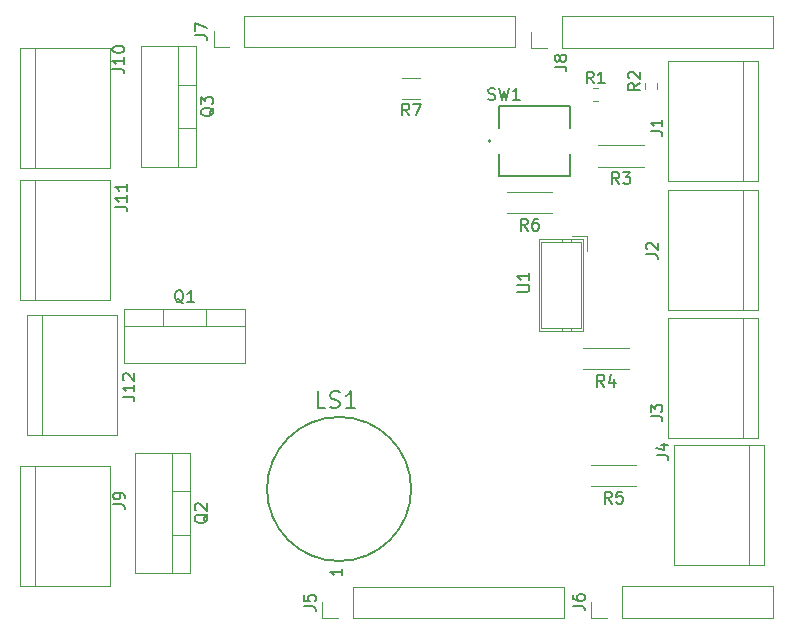
<source format=gto>
%TF.GenerationSoftware,KiCad,Pcbnew,(6.0.2)*%
%TF.CreationDate,2024-03-29T16:16:56-05:00*%
%TF.ProjectId,Security_Mat,53656375-7269-4747-995f-4d61742e6b69,rev?*%
%TF.SameCoordinates,Original*%
%TF.FileFunction,Legend,Top*%
%TF.FilePolarity,Positive*%
%FSLAX46Y46*%
G04 Gerber Fmt 4.6, Leading zero omitted, Abs format (unit mm)*
G04 Created by KiCad (PCBNEW (6.0.2)) date 2024-03-29 16:16:56*
%MOMM*%
%LPD*%
G01*
G04 APERTURE LIST*
%ADD10C,0.150000*%
%ADD11C,0.120000*%
%ADD12C,0.127000*%
%ADD13C,0.200000*%
G04 APERTURE END LIST*
D10*
X136662380Y-107824285D02*
X136662380Y-108395714D01*
X136662380Y-108110000D02*
X135662380Y-108110000D01*
X135805238Y-108205238D01*
X135900476Y-108300476D01*
X135948095Y-108395714D01*
%TO.C,U1*%
X151496380Y-84381904D02*
X152305904Y-84381904D01*
X152401142Y-84334285D01*
X152448761Y-84286666D01*
X152496380Y-84191428D01*
X152496380Y-84000952D01*
X152448761Y-83905714D01*
X152401142Y-83858095D01*
X152305904Y-83810476D01*
X151496380Y-83810476D01*
X152496380Y-82810476D02*
X152496380Y-83381904D01*
X152496380Y-83096190D02*
X151496380Y-83096190D01*
X151639238Y-83191428D01*
X151734476Y-83286666D01*
X151782095Y-83381904D01*
%TO.C,Q2*%
X125284619Y-103219238D02*
X125237000Y-103314476D01*
X125141761Y-103409714D01*
X124998904Y-103552571D01*
X124951285Y-103647809D01*
X124951285Y-103743047D01*
X125189380Y-103695428D02*
X125141761Y-103790666D01*
X125046523Y-103885904D01*
X124856047Y-103933523D01*
X124522714Y-103933523D01*
X124332238Y-103885904D01*
X124237000Y-103790666D01*
X124189380Y-103695428D01*
X124189380Y-103504952D01*
X124237000Y-103409714D01*
X124332238Y-103314476D01*
X124522714Y-103266857D01*
X124856047Y-103266857D01*
X125046523Y-103314476D01*
X125141761Y-103409714D01*
X125189380Y-103504952D01*
X125189380Y-103695428D01*
X124284619Y-102885904D02*
X124237000Y-102838285D01*
X124189380Y-102743047D01*
X124189380Y-102504952D01*
X124237000Y-102409714D01*
X124284619Y-102362095D01*
X124379857Y-102314476D01*
X124475095Y-102314476D01*
X124617952Y-102362095D01*
X125189380Y-102933523D01*
X125189380Y-102314476D01*
%TO.C,Q1*%
X123221761Y-85360619D02*
X123126523Y-85313000D01*
X123031285Y-85217761D01*
X122888428Y-85074904D01*
X122793190Y-85027285D01*
X122697952Y-85027285D01*
X122745571Y-85265380D02*
X122650333Y-85217761D01*
X122555095Y-85122523D01*
X122507476Y-84932047D01*
X122507476Y-84598714D01*
X122555095Y-84408238D01*
X122650333Y-84313000D01*
X122745571Y-84265380D01*
X122936047Y-84265380D01*
X123031285Y-84313000D01*
X123126523Y-84408238D01*
X123174142Y-84598714D01*
X123174142Y-84932047D01*
X123126523Y-85122523D01*
X123031285Y-85217761D01*
X122936047Y-85265380D01*
X122745571Y-85265380D01*
X124126523Y-85265380D02*
X123555095Y-85265380D01*
X123840809Y-85265380D02*
X123840809Y-84265380D01*
X123745571Y-84408238D01*
X123650333Y-84503476D01*
X123555095Y-84551095D01*
%TO.C,R6*%
X152360333Y-79207380D02*
X152027000Y-78731190D01*
X151788904Y-79207380D02*
X151788904Y-78207380D01*
X152169857Y-78207380D01*
X152265095Y-78255000D01*
X152312714Y-78302619D01*
X152360333Y-78397857D01*
X152360333Y-78540714D01*
X152312714Y-78635952D01*
X152265095Y-78683571D01*
X152169857Y-78731190D01*
X151788904Y-78731190D01*
X153217476Y-78207380D02*
X153027000Y-78207380D01*
X152931761Y-78255000D01*
X152884142Y-78302619D01*
X152788904Y-78445476D01*
X152741285Y-78635952D01*
X152741285Y-79016904D01*
X152788904Y-79112142D01*
X152836523Y-79159761D01*
X152931761Y-79207380D01*
X153122238Y-79207380D01*
X153217476Y-79159761D01*
X153265095Y-79112142D01*
X153312714Y-79016904D01*
X153312714Y-78778809D01*
X153265095Y-78683571D01*
X153217476Y-78635952D01*
X153122238Y-78588333D01*
X152931761Y-78588333D01*
X152836523Y-78635952D01*
X152788904Y-78683571D01*
X152741285Y-78778809D01*
%TO.C,R5*%
X159472333Y-102321380D02*
X159139000Y-101845190D01*
X158900904Y-102321380D02*
X158900904Y-101321380D01*
X159281857Y-101321380D01*
X159377095Y-101369000D01*
X159424714Y-101416619D01*
X159472333Y-101511857D01*
X159472333Y-101654714D01*
X159424714Y-101749952D01*
X159377095Y-101797571D01*
X159281857Y-101845190D01*
X158900904Y-101845190D01*
X160377095Y-101321380D02*
X159900904Y-101321380D01*
X159853285Y-101797571D01*
X159900904Y-101749952D01*
X159996142Y-101702333D01*
X160234238Y-101702333D01*
X160329476Y-101749952D01*
X160377095Y-101797571D01*
X160424714Y-101892809D01*
X160424714Y-102130904D01*
X160377095Y-102226142D01*
X160329476Y-102273761D01*
X160234238Y-102321380D01*
X159996142Y-102321380D01*
X159900904Y-102273761D01*
X159853285Y-102226142D01*
%TO.C,R4*%
X158837333Y-92415380D02*
X158504000Y-91939190D01*
X158265904Y-92415380D02*
X158265904Y-91415380D01*
X158646857Y-91415380D01*
X158742095Y-91463000D01*
X158789714Y-91510619D01*
X158837333Y-91605857D01*
X158837333Y-91748714D01*
X158789714Y-91843952D01*
X158742095Y-91891571D01*
X158646857Y-91939190D01*
X158265904Y-91939190D01*
X159694476Y-91748714D02*
X159694476Y-92415380D01*
X159456380Y-91367761D02*
X159218285Y-92082047D01*
X159837333Y-92082047D01*
%TO.C,R3*%
X160107333Y-75270380D02*
X159774000Y-74794190D01*
X159535904Y-75270380D02*
X159535904Y-74270380D01*
X159916857Y-74270380D01*
X160012095Y-74318000D01*
X160059714Y-74365619D01*
X160107333Y-74460857D01*
X160107333Y-74603714D01*
X160059714Y-74698952D01*
X160012095Y-74746571D01*
X159916857Y-74794190D01*
X159535904Y-74794190D01*
X160440666Y-74270380D02*
X161059714Y-74270380D01*
X160726380Y-74651333D01*
X160869238Y-74651333D01*
X160964476Y-74698952D01*
X161012095Y-74746571D01*
X161059714Y-74841809D01*
X161059714Y-75079904D01*
X161012095Y-75175142D01*
X160964476Y-75222761D01*
X160869238Y-75270380D01*
X160583523Y-75270380D01*
X160488285Y-75222761D01*
X160440666Y-75175142D01*
%TO.C,R2*%
X161869380Y-66714666D02*
X161393190Y-67048000D01*
X161869380Y-67286095D02*
X160869380Y-67286095D01*
X160869380Y-66905142D01*
X160917000Y-66809904D01*
X160964619Y-66762285D01*
X161059857Y-66714666D01*
X161202714Y-66714666D01*
X161297952Y-66762285D01*
X161345571Y-66809904D01*
X161393190Y-66905142D01*
X161393190Y-67286095D01*
X160964619Y-66333714D02*
X160917000Y-66286095D01*
X160869380Y-66190857D01*
X160869380Y-65952761D01*
X160917000Y-65857523D01*
X160964619Y-65809904D01*
X161059857Y-65762285D01*
X161155095Y-65762285D01*
X161297952Y-65809904D01*
X161869380Y-66381333D01*
X161869380Y-65762285D01*
%TO.C,J9*%
X117259380Y-102400333D02*
X117973666Y-102400333D01*
X118116523Y-102447952D01*
X118211761Y-102543190D01*
X118259380Y-102686047D01*
X118259380Y-102781285D01*
X118259380Y-101876523D02*
X118259380Y-101686047D01*
X118211761Y-101590809D01*
X118164142Y-101543190D01*
X118021285Y-101447952D01*
X117830809Y-101400333D01*
X117449857Y-101400333D01*
X117354619Y-101447952D01*
X117307000Y-101495571D01*
X117259380Y-101590809D01*
X117259380Y-101781285D01*
X117307000Y-101876523D01*
X117354619Y-101924142D01*
X117449857Y-101971761D01*
X117687952Y-101971761D01*
X117783190Y-101924142D01*
X117830809Y-101876523D01*
X117878428Y-101781285D01*
X117878428Y-101590809D01*
X117830809Y-101495571D01*
X117783190Y-101447952D01*
X117687952Y-101400333D01*
%TO.C,J8*%
X154652380Y-65333333D02*
X155366666Y-65333333D01*
X155509523Y-65380952D01*
X155604761Y-65476190D01*
X155652380Y-65619047D01*
X155652380Y-65714285D01*
X155080952Y-64714285D02*
X155033333Y-64809523D01*
X154985714Y-64857142D01*
X154890476Y-64904761D01*
X154842857Y-64904761D01*
X154747619Y-64857142D01*
X154700000Y-64809523D01*
X154652380Y-64714285D01*
X154652380Y-64523809D01*
X154700000Y-64428571D01*
X154747619Y-64380952D01*
X154842857Y-64333333D01*
X154890476Y-64333333D01*
X154985714Y-64380952D01*
X155033333Y-64428571D01*
X155080952Y-64523809D01*
X155080952Y-64714285D01*
X155128571Y-64809523D01*
X155176190Y-64857142D01*
X155271428Y-64904761D01*
X155461904Y-64904761D01*
X155557142Y-64857142D01*
X155604761Y-64809523D01*
X155652380Y-64714285D01*
X155652380Y-64523809D01*
X155604761Y-64428571D01*
X155557142Y-64380952D01*
X155461904Y-64333333D01*
X155271428Y-64333333D01*
X155176190Y-64380952D01*
X155128571Y-64428571D01*
X155080952Y-64523809D01*
%TO.C,R7*%
X142327333Y-69455380D02*
X141994000Y-68979190D01*
X141755904Y-69455380D02*
X141755904Y-68455380D01*
X142136857Y-68455380D01*
X142232095Y-68503000D01*
X142279714Y-68550619D01*
X142327333Y-68645857D01*
X142327333Y-68788714D01*
X142279714Y-68883952D01*
X142232095Y-68931571D01*
X142136857Y-68979190D01*
X141755904Y-68979190D01*
X142660666Y-68455380D02*
X143327333Y-68455380D01*
X142898761Y-69455380D01*
%TO.C,J2*%
X162393380Y-81232333D02*
X163107666Y-81232333D01*
X163250523Y-81279952D01*
X163345761Y-81375190D01*
X163393380Y-81518047D01*
X163393380Y-81613285D01*
X162488619Y-80803761D02*
X162441000Y-80756142D01*
X162393380Y-80660904D01*
X162393380Y-80422809D01*
X162441000Y-80327571D01*
X162488619Y-80279952D01*
X162583857Y-80232333D01*
X162679095Y-80232333D01*
X162821952Y-80279952D01*
X163393380Y-80851380D01*
X163393380Y-80232333D01*
%TO.C,J3*%
X162774380Y-94948333D02*
X163488666Y-94948333D01*
X163631523Y-94995952D01*
X163726761Y-95091190D01*
X163774380Y-95234047D01*
X163774380Y-95329285D01*
X162774380Y-94567380D02*
X162774380Y-93948333D01*
X163155333Y-94281666D01*
X163155333Y-94138809D01*
X163202952Y-94043571D01*
X163250571Y-93995952D01*
X163345809Y-93948333D01*
X163583904Y-93948333D01*
X163679142Y-93995952D01*
X163726761Y-94043571D01*
X163774380Y-94138809D01*
X163774380Y-94424523D01*
X163726761Y-94519761D01*
X163679142Y-94567380D01*
%TO.C,J7*%
X124222380Y-62683333D02*
X124936666Y-62683333D01*
X125079523Y-62730952D01*
X125174761Y-62826190D01*
X125222380Y-62969047D01*
X125222380Y-63064285D01*
X124222380Y-62302380D02*
X124222380Y-61635714D01*
X125222380Y-62064285D01*
%TO.C,J5*%
X133422380Y-111033333D02*
X134136666Y-111033333D01*
X134279523Y-111080952D01*
X134374761Y-111176190D01*
X134422380Y-111319047D01*
X134422380Y-111414285D01*
X133422380Y-110080952D02*
X133422380Y-110557142D01*
X133898571Y-110604761D01*
X133850952Y-110557142D01*
X133803333Y-110461904D01*
X133803333Y-110223809D01*
X133850952Y-110128571D01*
X133898571Y-110080952D01*
X133993809Y-110033333D01*
X134231904Y-110033333D01*
X134327142Y-110080952D01*
X134374761Y-110128571D01*
X134422380Y-110223809D01*
X134422380Y-110461904D01*
X134374761Y-110557142D01*
X134327142Y-110604761D01*
%TO.C,SW1*%
X149034666Y-68095761D02*
X149177523Y-68143380D01*
X149415619Y-68143380D01*
X149510857Y-68095761D01*
X149558476Y-68048142D01*
X149606095Y-67952904D01*
X149606095Y-67857666D01*
X149558476Y-67762428D01*
X149510857Y-67714809D01*
X149415619Y-67667190D01*
X149225142Y-67619571D01*
X149129904Y-67571952D01*
X149082285Y-67524333D01*
X149034666Y-67429095D01*
X149034666Y-67333857D01*
X149082285Y-67238619D01*
X149129904Y-67191000D01*
X149225142Y-67143380D01*
X149463238Y-67143380D01*
X149606095Y-67191000D01*
X149939428Y-67143380D02*
X150177523Y-68143380D01*
X150368000Y-67429095D01*
X150558476Y-68143380D01*
X150796571Y-67143380D01*
X151701333Y-68143380D02*
X151129904Y-68143380D01*
X151415619Y-68143380D02*
X151415619Y-67143380D01*
X151320380Y-67286238D01*
X151225142Y-67381476D01*
X151129904Y-67429095D01*
%TO.C,Q3*%
X125792619Y-68802238D02*
X125745000Y-68897476D01*
X125649761Y-68992714D01*
X125506904Y-69135571D01*
X125459285Y-69230809D01*
X125459285Y-69326047D01*
X125697380Y-69278428D02*
X125649761Y-69373666D01*
X125554523Y-69468904D01*
X125364047Y-69516523D01*
X125030714Y-69516523D01*
X124840238Y-69468904D01*
X124745000Y-69373666D01*
X124697380Y-69278428D01*
X124697380Y-69087952D01*
X124745000Y-68992714D01*
X124840238Y-68897476D01*
X125030714Y-68849857D01*
X125364047Y-68849857D01*
X125554523Y-68897476D01*
X125649761Y-68992714D01*
X125697380Y-69087952D01*
X125697380Y-69278428D01*
X124697380Y-68516523D02*
X124697380Y-67897476D01*
X125078333Y-68230809D01*
X125078333Y-68087952D01*
X125125952Y-67992714D01*
X125173571Y-67945095D01*
X125268809Y-67897476D01*
X125506904Y-67897476D01*
X125602142Y-67945095D01*
X125649761Y-67992714D01*
X125697380Y-68087952D01*
X125697380Y-68373666D01*
X125649761Y-68468904D01*
X125602142Y-68516523D01*
%TO.C,J6*%
X156192380Y-110983333D02*
X156906666Y-110983333D01*
X157049523Y-111030952D01*
X157144761Y-111126190D01*
X157192380Y-111269047D01*
X157192380Y-111364285D01*
X156192380Y-110078571D02*
X156192380Y-110269047D01*
X156240000Y-110364285D01*
X156287619Y-110411904D01*
X156430476Y-110507142D01*
X156620952Y-110554761D01*
X157001904Y-110554761D01*
X157097142Y-110507142D01*
X157144761Y-110459523D01*
X157192380Y-110364285D01*
X157192380Y-110173809D01*
X157144761Y-110078571D01*
X157097142Y-110030952D01*
X157001904Y-109983333D01*
X156763809Y-109983333D01*
X156668571Y-110030952D01*
X156620952Y-110078571D01*
X156573333Y-110173809D01*
X156573333Y-110364285D01*
X156620952Y-110459523D01*
X156668571Y-110507142D01*
X156763809Y-110554761D01*
%TO.C,J1*%
X162774380Y-70818333D02*
X163488666Y-70818333D01*
X163631523Y-70865952D01*
X163726761Y-70961190D01*
X163774380Y-71104047D01*
X163774380Y-71199285D01*
X163774380Y-69818333D02*
X163774380Y-70389761D01*
X163774380Y-70104047D02*
X162774380Y-70104047D01*
X162917238Y-70199285D01*
X163012476Y-70294523D01*
X163060095Y-70389761D01*
%TO.C,R1*%
X157948333Y-66746380D02*
X157615000Y-66270190D01*
X157376904Y-66746380D02*
X157376904Y-65746380D01*
X157757857Y-65746380D01*
X157853095Y-65794000D01*
X157900714Y-65841619D01*
X157948333Y-65936857D01*
X157948333Y-66079714D01*
X157900714Y-66174952D01*
X157853095Y-66222571D01*
X157757857Y-66270190D01*
X157376904Y-66270190D01*
X158900714Y-66746380D02*
X158329285Y-66746380D01*
X158615000Y-66746380D02*
X158615000Y-65746380D01*
X158519761Y-65889238D01*
X158424523Y-65984476D01*
X158329285Y-66032095D01*
%TO.C,J10*%
X117209380Y-65531523D02*
X117923666Y-65531523D01*
X118066523Y-65579142D01*
X118161761Y-65674380D01*
X118209380Y-65817238D01*
X118209380Y-65912476D01*
X118209380Y-64531523D02*
X118209380Y-65102952D01*
X118209380Y-64817238D02*
X117209380Y-64817238D01*
X117352238Y-64912476D01*
X117447476Y-65007714D01*
X117495095Y-65102952D01*
X117209380Y-63912476D02*
X117209380Y-63817238D01*
X117257000Y-63722000D01*
X117304619Y-63674380D01*
X117399857Y-63626761D01*
X117590333Y-63579142D01*
X117828428Y-63579142D01*
X118018904Y-63626761D01*
X118114142Y-63674380D01*
X118161761Y-63722000D01*
X118209380Y-63817238D01*
X118209380Y-63912476D01*
X118161761Y-64007714D01*
X118114142Y-64055333D01*
X118018904Y-64102952D01*
X117828428Y-64150571D01*
X117590333Y-64150571D01*
X117399857Y-64102952D01*
X117304619Y-64055333D01*
X117257000Y-64007714D01*
X117209380Y-63912476D01*
%TO.C,LS1*%
X135244000Y-94232333D02*
X134577333Y-94232333D01*
X134577333Y-92832333D01*
X135644000Y-94165666D02*
X135844000Y-94232333D01*
X136177333Y-94232333D01*
X136310666Y-94165666D01*
X136377333Y-94099000D01*
X136444000Y-93965666D01*
X136444000Y-93832333D01*
X136377333Y-93699000D01*
X136310666Y-93632333D01*
X136177333Y-93565666D01*
X135910666Y-93499000D01*
X135777333Y-93432333D01*
X135710666Y-93365666D01*
X135644000Y-93232333D01*
X135644000Y-93099000D01*
X135710666Y-92965666D01*
X135777333Y-92899000D01*
X135910666Y-92832333D01*
X136244000Y-92832333D01*
X136444000Y-92899000D01*
X137777333Y-94232333D02*
X136977333Y-94232333D01*
X137377333Y-94232333D02*
X137377333Y-92832333D01*
X137244000Y-93032333D01*
X137110666Y-93165666D01*
X136977333Y-93232333D01*
%TO.C,J11*%
X117463380Y-77210523D02*
X118177666Y-77210523D01*
X118320523Y-77258142D01*
X118415761Y-77353380D01*
X118463380Y-77496238D01*
X118463380Y-77591476D01*
X118463380Y-76210523D02*
X118463380Y-76781952D01*
X118463380Y-76496238D02*
X117463380Y-76496238D01*
X117606238Y-76591476D01*
X117701476Y-76686714D01*
X117749095Y-76781952D01*
X118463380Y-75258142D02*
X118463380Y-75829571D01*
X118463380Y-75543857D02*
X117463380Y-75543857D01*
X117606238Y-75639095D01*
X117701476Y-75734333D01*
X117749095Y-75829571D01*
%TO.C,J4*%
X163282380Y-98250333D02*
X163996666Y-98250333D01*
X164139523Y-98297952D01*
X164234761Y-98393190D01*
X164282380Y-98536047D01*
X164282380Y-98631285D01*
X163615714Y-97345571D02*
X164282380Y-97345571D01*
X163234761Y-97583666D02*
X163949047Y-97821761D01*
X163949047Y-97202714D01*
%TO.C,J12*%
X118070380Y-93265523D02*
X118784666Y-93265523D01*
X118927523Y-93313142D01*
X119022761Y-93408380D01*
X119070380Y-93551238D01*
X119070380Y-93646476D01*
X119070380Y-92265523D02*
X119070380Y-92836952D01*
X119070380Y-92551238D02*
X118070380Y-92551238D01*
X118213238Y-92646476D01*
X118308476Y-92741714D01*
X118356095Y-92836952D01*
X118165619Y-91884571D02*
X118118000Y-91836952D01*
X118070380Y-91741714D01*
X118070380Y-91503619D01*
X118118000Y-91408380D01*
X118165619Y-91360761D01*
X118260857Y-91313142D01*
X118356095Y-91313142D01*
X118498952Y-91360761D01*
X119070380Y-91932190D01*
X119070380Y-91313142D01*
D11*
%TO.C,U1*%
X155994000Y-80160000D02*
X155294000Y-80160000D01*
X155994000Y-79960000D02*
X155994000Y-80160000D01*
X157354000Y-79660000D02*
X156104000Y-79660000D01*
X153534000Y-80160000D02*
X153534000Y-87480000D01*
X153334000Y-79960000D02*
X153334000Y-87680000D01*
X156854000Y-80160000D02*
X156854000Y-87480000D01*
X155994000Y-87480000D02*
X155294000Y-87480000D01*
X155294000Y-87480000D02*
X155294000Y-87680000D01*
X153534000Y-87480000D02*
X155294000Y-87480000D01*
X155994000Y-80160000D02*
X156854000Y-80160000D01*
X155294000Y-80160000D02*
X153534000Y-80160000D01*
X156854000Y-87480000D02*
X155994000Y-87480000D01*
X155294000Y-80160000D02*
X155294000Y-79960000D01*
X157354000Y-80910000D02*
X157354000Y-79660000D01*
X157054000Y-87680000D02*
X157054000Y-79960000D01*
X155994000Y-87480000D02*
X155994000Y-87680000D01*
X157054000Y-79960000D02*
X153334000Y-79960000D01*
X153334000Y-87680000D02*
X157054000Y-87680000D01*
%TO.C,Q2*%
X122227000Y-98004000D02*
X122227000Y-108244000D01*
X123737000Y-108244000D02*
X119096000Y-108244000D01*
X119096000Y-98004000D02*
X119096000Y-108244000D01*
X123737000Y-98004000D02*
X119096000Y-98004000D01*
X123737000Y-98004000D02*
X123737000Y-108244000D01*
X123737000Y-104975000D02*
X122227000Y-104975000D01*
X123737000Y-101274000D02*
X122227000Y-101274000D01*
%TO.C,Q1*%
X118197000Y-85813000D02*
X118197000Y-90454000D01*
X128437000Y-85813000D02*
X128437000Y-90454000D01*
X118197000Y-85813000D02*
X128437000Y-85813000D01*
X125168000Y-85813000D02*
X125168000Y-87323000D01*
X121467000Y-85813000D02*
X121467000Y-87323000D01*
X118197000Y-87323000D02*
X128437000Y-87323000D01*
X118197000Y-90454000D02*
X128437000Y-90454000D01*
%TO.C,R6*%
X154447000Y-75915000D02*
X150607000Y-75915000D01*
X154447000Y-77755000D02*
X150607000Y-77755000D01*
%TO.C,R5*%
X161559000Y-99029000D02*
X157719000Y-99029000D01*
X161559000Y-100869000D02*
X157719000Y-100869000D01*
%TO.C,R4*%
X160924000Y-89123000D02*
X157084000Y-89123000D01*
X160924000Y-90963000D02*
X157084000Y-90963000D01*
%TO.C,R3*%
X162194000Y-71978000D02*
X158354000Y-71978000D01*
X162194000Y-73818000D02*
X158354000Y-73818000D01*
%TO.C,R2*%
X163336500Y-66754742D02*
X163336500Y-67229258D01*
X162291500Y-66754742D02*
X162291500Y-67229258D01*
%TO.C,J9*%
X116967000Y-99187000D02*
X109347000Y-99187000D01*
X109347000Y-99187000D02*
X109347000Y-109347000D01*
X110617000Y-109347000D02*
X110617000Y-99187000D01*
X116967000Y-109347000D02*
X116967000Y-99187000D01*
X109347000Y-109347000D02*
X116967000Y-109347000D01*
%TO.C,J8*%
X152660000Y-63720000D02*
X152660000Y-62390000D01*
X155260000Y-63720000D02*
X173100000Y-63720000D01*
X155260000Y-63720000D02*
X155260000Y-61060000D01*
X173100000Y-63720000D02*
X173100000Y-61060000D01*
X153990000Y-63720000D02*
X152660000Y-63720000D01*
X155260000Y-61060000D02*
X173100000Y-61060000D01*
%TO.C,R7*%
X143221064Y-68093000D02*
X141766936Y-68093000D01*
X143221064Y-66273000D02*
X141766936Y-66273000D01*
%TO.C,J2*%
X164211000Y-75819000D02*
X164211000Y-85979000D01*
X164211000Y-85979000D02*
X171831000Y-85979000D01*
X171831000Y-85979000D02*
X171831000Y-75819000D01*
X170561000Y-75819000D02*
X170561000Y-85979000D01*
X171831000Y-75819000D02*
X164211000Y-75819000D01*
%TO.C,J3*%
X171831000Y-96774000D02*
X171831000Y-86614000D01*
X170561000Y-86614000D02*
X170561000Y-96774000D01*
X164211000Y-96774000D02*
X171831000Y-96774000D01*
X171831000Y-86614000D02*
X164211000Y-86614000D01*
X164211000Y-86614000D02*
X164211000Y-96774000D01*
%TO.C,J7*%
X127100000Y-63680000D02*
X125770000Y-63680000D01*
X128370000Y-63680000D02*
X151290000Y-63680000D01*
X151290000Y-63680000D02*
X151290000Y-61020000D01*
X128370000Y-63680000D02*
X128370000Y-61020000D01*
X128370000Y-61020000D02*
X151290000Y-61020000D01*
X125770000Y-63680000D02*
X125770000Y-62350000D01*
%TO.C,J5*%
X134970000Y-112030000D02*
X134970000Y-110700000D01*
X136300000Y-112030000D02*
X134970000Y-112030000D01*
X155410000Y-112030000D02*
X155410000Y-109370000D01*
X137570000Y-112030000D02*
X137570000Y-109370000D01*
X137570000Y-109370000D02*
X155410000Y-109370000D01*
X137570000Y-112030000D02*
X155410000Y-112030000D01*
D12*
%TO.C,SW1*%
X149908000Y-68628000D02*
X155908000Y-68628000D01*
X149908000Y-70553000D02*
X149908000Y-68628000D01*
X155908000Y-68628000D02*
X155908000Y-70553000D01*
X149908000Y-74628000D02*
X149908000Y-72703000D01*
X155908000Y-72703000D02*
X155908000Y-74628000D01*
X155908000Y-74628000D02*
X149908000Y-74628000D01*
D13*
X149208000Y-71628000D02*
G75*
G03*
X149208000Y-71628000I-100000J0D01*
G01*
D11*
%TO.C,Q3*%
X124245000Y-63587000D02*
X124245000Y-73827000D01*
X122735000Y-63587000D02*
X122735000Y-73827000D01*
X124245000Y-70558000D02*
X122735000Y-70558000D01*
X124245000Y-66857000D02*
X122735000Y-66857000D01*
X124245000Y-73827000D02*
X119604000Y-73827000D01*
X124245000Y-63587000D02*
X119604000Y-63587000D01*
X119604000Y-63587000D02*
X119604000Y-73827000D01*
%TO.C,J6*%
X160340000Y-111980000D02*
X160340000Y-109320000D01*
X173100000Y-111980000D02*
X173100000Y-109320000D01*
X160340000Y-111980000D02*
X173100000Y-111980000D01*
X159070000Y-111980000D02*
X157740000Y-111980000D01*
X157740000Y-111980000D02*
X157740000Y-110650000D01*
X160340000Y-109320000D02*
X173100000Y-109320000D01*
%TO.C,J1*%
X164211000Y-75057000D02*
X171831000Y-75057000D01*
X164211000Y-64897000D02*
X164211000Y-75057000D01*
X170561000Y-64897000D02*
X170561000Y-75057000D01*
X171831000Y-75057000D02*
X171831000Y-64897000D01*
X171831000Y-64897000D02*
X164211000Y-64897000D01*
%TO.C,R1*%
X157877742Y-68213500D02*
X158352258Y-68213500D01*
X157877742Y-67168500D02*
X158352258Y-67168500D01*
%TO.C,J10*%
X109347000Y-73914000D02*
X116967000Y-73914000D01*
X116967000Y-63754000D02*
X109347000Y-63754000D01*
X116967000Y-73914000D02*
X116967000Y-63754000D01*
X110617000Y-73914000D02*
X110617000Y-63754000D01*
X109347000Y-63754000D02*
X109347000Y-73914000D01*
D12*
%TO.C,LS1*%
X142498000Y-101092000D02*
G75*
G03*
X142498000Y-101092000I-6100000J0D01*
G01*
D11*
%TO.C,J11*%
X109347000Y-74930000D02*
X109347000Y-85090000D01*
X116967000Y-85090000D02*
X116967000Y-74930000D01*
X110617000Y-85090000D02*
X110617000Y-74930000D01*
X116967000Y-74930000D02*
X109347000Y-74930000D01*
X109347000Y-85090000D02*
X116967000Y-85090000D01*
%TO.C,J4*%
X164719000Y-97409000D02*
X164719000Y-107569000D01*
X172339000Y-97409000D02*
X164719000Y-97409000D01*
X171069000Y-97409000D02*
X171069000Y-107569000D01*
X172339000Y-107569000D02*
X172339000Y-97409000D01*
X164719000Y-107569000D02*
X172339000Y-107569000D01*
%TO.C,J12*%
X111252000Y-96520000D02*
X111252000Y-86360000D01*
X109982000Y-96520000D02*
X117602000Y-96520000D01*
X109982000Y-86360000D02*
X109982000Y-96520000D01*
X117602000Y-86360000D02*
X109982000Y-86360000D01*
X117602000Y-96520000D02*
X117602000Y-86360000D01*
%TD*%
M02*

</source>
